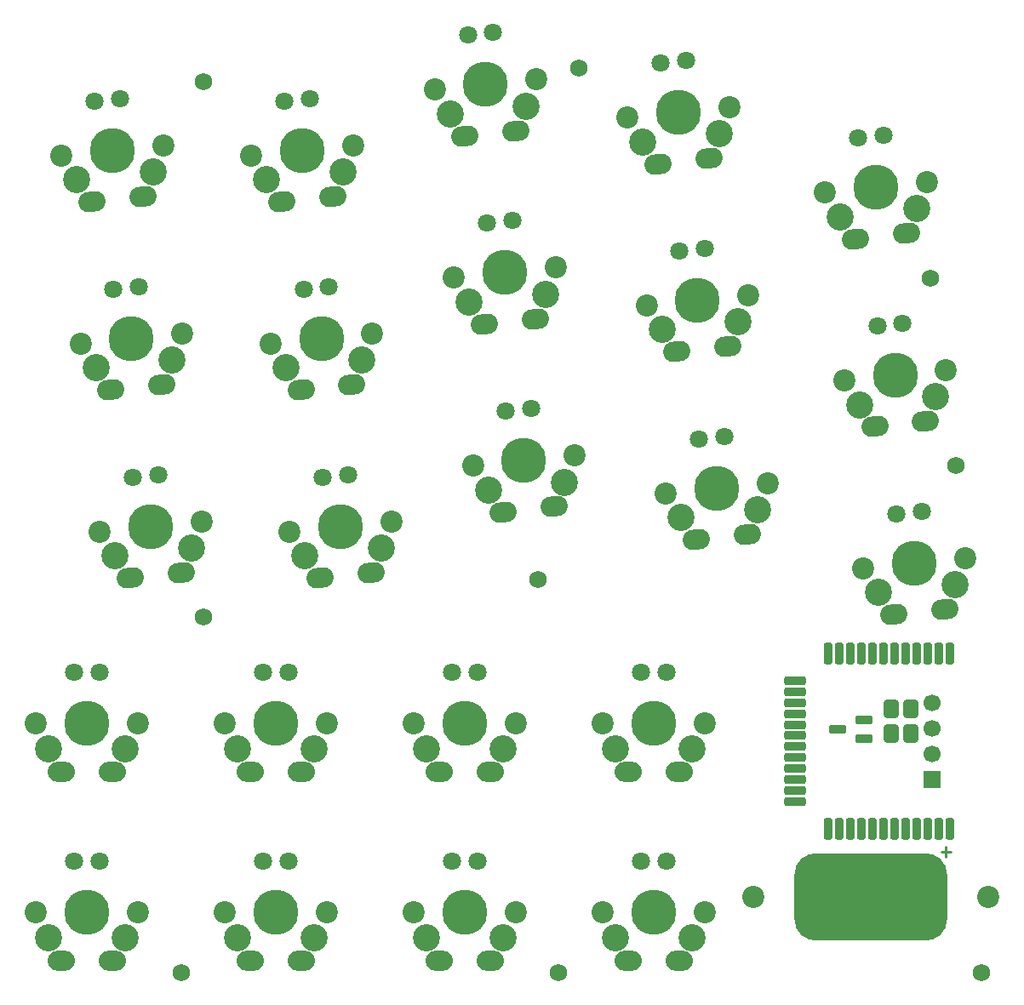
<source format=gts>
G04 Layer_Color=8388736*
%FSLAX42Y42*%
%MOMM*%
G71*
G01*
G75*
%ADD17C,0.25*%
G04:AMPARAMS|DCode=32|XSize=0.9mm|YSize=2.2mm|CornerRadius=0.28mm|HoleSize=0mm|Usage=FLASHONLY|Rotation=270.000|XOffset=0mm|YOffset=0mm|HoleType=Round|Shape=RoundedRectangle|*
%AMROUNDEDRECTD32*
21,1,0.90,1.65,0,0,270.0*
21,1,0.35,2.20,0,0,270.0*
1,1,0.55,-0.82,-0.17*
1,1,0.55,-0.82,0.17*
1,1,0.55,0.82,0.17*
1,1,0.55,0.82,-0.17*
%
%ADD32ROUNDEDRECTD32*%
G04:AMPARAMS|DCode=33|XSize=0.9mm|YSize=2.2mm|CornerRadius=0.28mm|HoleSize=0mm|Usage=FLASHONLY|Rotation=0.000|XOffset=0mm|YOffset=0mm|HoleType=Round|Shape=RoundedRectangle|*
%AMROUNDEDRECTD33*
21,1,0.90,1.65,0,0,0.0*
21,1,0.35,2.20,0,0,0.0*
1,1,0.55,0.17,-0.82*
1,1,0.55,-0.17,-0.82*
1,1,0.55,-0.17,0.82*
1,1,0.55,0.17,0.82*
%
%ADD33ROUNDEDRECTD33*%
G04:AMPARAMS|DCode=34|XSize=1.55mm|YSize=1.9mm|CornerRadius=0.44mm|HoleSize=0mm|Usage=FLASHONLY|Rotation=0.000|XOffset=0mm|YOffset=0mm|HoleType=Round|Shape=RoundedRectangle|*
%AMROUNDEDRECTD34*
21,1,1.55,1.02,0,0,0.0*
21,1,0.68,1.90,0,0,0.0*
1,1,0.88,0.34,-0.51*
1,1,0.88,-0.34,-0.51*
1,1,0.88,-0.34,0.51*
1,1,0.88,0.34,0.51*
%
%ADD34ROUNDEDRECTD34*%
G04:AMPARAMS|DCode=35|XSize=0.85mm|YSize=1.75mm|CornerRadius=0.26mm|HoleSize=0mm|Usage=FLASHONLY|Rotation=270.000|XOffset=0mm|YOffset=0mm|HoleType=Round|Shape=RoundedRectangle|*
%AMROUNDEDRECTD35*
21,1,0.85,1.23,0,0,270.0*
21,1,0.33,1.75,0,0,270.0*
1,1,0.53,-0.61,-0.16*
1,1,0.53,-0.61,0.16*
1,1,0.53,0.61,0.16*
1,1,0.53,0.61,-0.16*
%
%ADD35ROUNDEDRECTD35*%
G04:AMPARAMS|DCode=36|XSize=15.2mm|YSize=8.7mm|CornerRadius=2.23mm|HoleSize=0mm|Usage=FLASHONLY|Rotation=0.000|XOffset=0mm|YOffset=0mm|HoleType=Round|Shape=RoundedRectangle|*
%AMROUNDEDRECTD36*
21,1,15.20,4.25,0,0,0.0*
21,1,10.75,8.70,0,0,0.0*
1,1,4.45,5.38,-2.13*
1,1,4.45,-5.38,-2.13*
1,1,4.45,-5.38,2.13*
1,1,4.45,5.38,2.13*
%
%ADD36ROUNDEDRECTD36*%
%ADD37C,1.73*%
%ADD38C,1.80*%
%ADD39C,4.50*%
%ADD40C,2.20*%
%ADD41C,2.70*%
%ADD42O,2.70X2.00*%
G04:AMPARAMS|DCode=43|XSize=2.7mm|YSize=2mm|CornerRadius=0mm|HoleSize=0mm|Usage=FLASHONLY|Rotation=5.800|XOffset=0mm|YOffset=0mm|HoleType=Round|Shape=Round|*
%AMOVALD43*
21,1,0.70,2.00,0.00,0.00,5.8*
1,1,2.00,-0.35,-0.04*
1,1,2.00,0.35,0.04*
%
%ADD43OVALD43*%

%ADD44C,1.70*%
%ADD45R,1.70X1.70*%
D17*
X9350Y1450D02*
X9450D01*
X9400Y1400D02*
Y1500D01*
D32*
X7900Y2385D02*
D03*
Y2165D02*
D03*
Y2275D02*
D03*
Y1945D02*
D03*
Y2055D02*
D03*
Y2715D02*
D03*
Y2935D02*
D03*
Y3045D02*
D03*
Y3155D02*
D03*
Y2825D02*
D03*
Y2495D02*
D03*
Y2605D02*
D03*
D33*
X9440Y1680D02*
D03*
X8670D02*
D03*
X9220D02*
D03*
X9110D02*
D03*
X9000D02*
D03*
X8890D02*
D03*
X8780D02*
D03*
X8560D02*
D03*
X8450D02*
D03*
X8340D02*
D03*
X8230D02*
D03*
X9330D02*
D03*
X9220Y3420D02*
D03*
X8450D02*
D03*
X9330D02*
D03*
X8340D02*
D03*
X8560D02*
D03*
X8670D02*
D03*
X8780D02*
D03*
X8890D02*
D03*
X9000D02*
D03*
X9110D02*
D03*
X8230D02*
D03*
X9440D02*
D03*
D34*
X8850Y2870D02*
D03*
Y2630D02*
D03*
X9050D02*
D03*
Y2870D02*
D03*
D35*
X8320Y2670D02*
D03*
X8585Y2765D02*
D03*
Y2575D02*
D03*
D36*
X8650Y1000D02*
D03*
D37*
X9496Y5296D02*
D03*
X9750Y250D02*
D03*
X9246Y7160D02*
D03*
X2010Y3790D02*
D03*
X5747Y9247D02*
D03*
X2012Y9109D02*
D03*
X5540Y250D02*
D03*
X1790D02*
D03*
X5340Y4160D02*
D03*
D38*
X6363Y1358D02*
D03*
X6617D02*
D03*
X4483D02*
D03*
X4737D02*
D03*
X2603D02*
D03*
X2857D02*
D03*
X723D02*
D03*
X977D02*
D03*
X6363Y3238D02*
D03*
X6617D02*
D03*
X4483D02*
D03*
X4737D02*
D03*
X2603D02*
D03*
X2857D02*
D03*
X723D02*
D03*
X977D02*
D03*
X8905Y4812D02*
D03*
X9158Y4838D02*
D03*
X6939Y5557D02*
D03*
X7192Y5583D02*
D03*
X5022Y5835D02*
D03*
X5274Y5860D02*
D03*
X3199Y5177D02*
D03*
X3451Y5203D02*
D03*
X1309Y5177D02*
D03*
X1562Y5203D02*
D03*
X8715Y6682D02*
D03*
X8968Y6708D02*
D03*
X6749Y7427D02*
D03*
X7002Y7453D02*
D03*
X4832Y7705D02*
D03*
X5084Y7731D02*
D03*
X3009Y7047D02*
D03*
X3261Y7073D02*
D03*
X1119Y7047D02*
D03*
X1372Y7073D02*
D03*
X8525Y8553D02*
D03*
X8778Y8578D02*
D03*
X6560Y9298D02*
D03*
X6812Y9323D02*
D03*
X4642Y9575D02*
D03*
X4894Y9601D02*
D03*
X2819Y8918D02*
D03*
X3071Y8943D02*
D03*
X929Y8918D02*
D03*
X1182Y8944D02*
D03*
D39*
X6490Y850D02*
D03*
X4610D02*
D03*
X2730D02*
D03*
X850D02*
D03*
X6490Y2730D02*
D03*
X4610D02*
D03*
X2730D02*
D03*
X850D02*
D03*
X9083Y4319D02*
D03*
X7117Y5064D02*
D03*
X5199Y5342D02*
D03*
X3376Y4685D02*
D03*
X1487Y4685D02*
D03*
X8893Y6190D02*
D03*
X6927Y6935D02*
D03*
X5009Y7212D02*
D03*
X3186Y6555D02*
D03*
X1297Y6555D02*
D03*
X8703Y8060D02*
D03*
X6737Y8805D02*
D03*
X4819Y9083D02*
D03*
X2996Y8425D02*
D03*
X1107Y8425D02*
D03*
D40*
X6998Y850D02*
D03*
X5982D02*
D03*
X5118D02*
D03*
X4102D02*
D03*
X3238D02*
D03*
X2222D02*
D03*
X1358D02*
D03*
X342D02*
D03*
X6998Y2730D02*
D03*
X5982D02*
D03*
X5118D02*
D03*
X4102D02*
D03*
X3238D02*
D03*
X2222D02*
D03*
X1358D02*
D03*
X342D02*
D03*
X9588Y4371D02*
D03*
X8577Y4268D02*
D03*
X7623Y5116D02*
D03*
X6612Y5013D02*
D03*
X5705Y5393D02*
D03*
X4694Y5291D02*
D03*
X3882Y4736D02*
D03*
X2871Y4633D02*
D03*
X1992Y4736D02*
D03*
X981Y4633D02*
D03*
X9398Y6241D02*
D03*
X8387Y6138D02*
D03*
X7433Y6986D02*
D03*
X6422Y6884D02*
D03*
X5515Y7264D02*
D03*
X4504Y7161D02*
D03*
X3692Y6606D02*
D03*
X2681Y6504D02*
D03*
X1802Y6606D02*
D03*
X791Y6504D02*
D03*
X9208Y8111D02*
D03*
X8197Y8009D02*
D03*
X7243Y8857D02*
D03*
X6232Y8754D02*
D03*
X5325Y9134D02*
D03*
X4314Y9032D02*
D03*
X3502Y8477D02*
D03*
X2491Y8374D02*
D03*
X1612Y8477D02*
D03*
X601Y8374D02*
D03*
X9820Y1000D02*
D03*
X7480D02*
D03*
D41*
X6871Y596D02*
D03*
X6109D02*
D03*
X4991D02*
D03*
X4229D02*
D03*
X3111D02*
D03*
X2349D02*
D03*
X1231D02*
D03*
X469D02*
D03*
X6871Y2476D02*
D03*
X6109D02*
D03*
X4991D02*
D03*
X4229D02*
D03*
X3111D02*
D03*
X2349D02*
D03*
X1231D02*
D03*
X469D02*
D03*
X9487Y4105D02*
D03*
X8729Y4028D02*
D03*
X7522Y4850D02*
D03*
X6764Y4773D02*
D03*
X5604Y5128D02*
D03*
X4846Y5051D02*
D03*
X3781Y4470D02*
D03*
X3023Y4393D02*
D03*
X1891Y4470D02*
D03*
X1133Y4393D02*
D03*
X9297Y5975D02*
D03*
X8539Y5898D02*
D03*
X7332Y6721D02*
D03*
X6574Y6644D02*
D03*
X5414Y6998D02*
D03*
X4656Y6921D02*
D03*
X3591Y6341D02*
D03*
X2833Y6264D02*
D03*
X1701Y6341D02*
D03*
X943Y6264D02*
D03*
X9107Y7846D02*
D03*
X8349Y7769D02*
D03*
X7142Y8591D02*
D03*
X6384Y8514D02*
D03*
X5224Y8869D02*
D03*
X4466Y8792D02*
D03*
X3401Y8211D02*
D03*
X2643Y8134D02*
D03*
X1511Y8211D02*
D03*
X753Y8134D02*
D03*
D42*
X6236Y362D02*
D03*
X6744D02*
D03*
X4356D02*
D03*
X4864D02*
D03*
X2476D02*
D03*
X2984D02*
D03*
X596D02*
D03*
X1104D02*
D03*
X6236Y2242D02*
D03*
X6744D02*
D03*
X4356D02*
D03*
X4864D02*
D03*
X2476D02*
D03*
X2984D02*
D03*
X596D02*
D03*
X1104D02*
D03*
D43*
X8879Y3808D02*
D03*
X9385Y3860D02*
D03*
X6914Y4554D02*
D03*
X7419Y4605D02*
D03*
X4996Y4831D02*
D03*
X5501Y4883D02*
D03*
X3173Y4174D02*
D03*
X3678Y4225D02*
D03*
X1283Y4174D02*
D03*
X1789Y4225D02*
D03*
X8689Y5679D02*
D03*
X9195Y5730D02*
D03*
X6724Y6424D02*
D03*
X7229Y6475D02*
D03*
X4806Y6702D02*
D03*
X5311Y6753D02*
D03*
X2983Y6044D02*
D03*
X3488Y6095D02*
D03*
X1093Y6044D02*
D03*
X1599Y6095D02*
D03*
X8499Y7549D02*
D03*
X9005Y7601D02*
D03*
X6534Y8294D02*
D03*
X7039Y8346D02*
D03*
X4616Y8572D02*
D03*
X5121Y8623D02*
D03*
X2793Y7914D02*
D03*
X3298Y7966D02*
D03*
X903Y7914D02*
D03*
X1409Y7966D02*
D03*
D44*
X9260Y2931D02*
D03*
Y2677D02*
D03*
Y2423D02*
D03*
D45*
Y2169D02*
D03*
M02*

</source>
